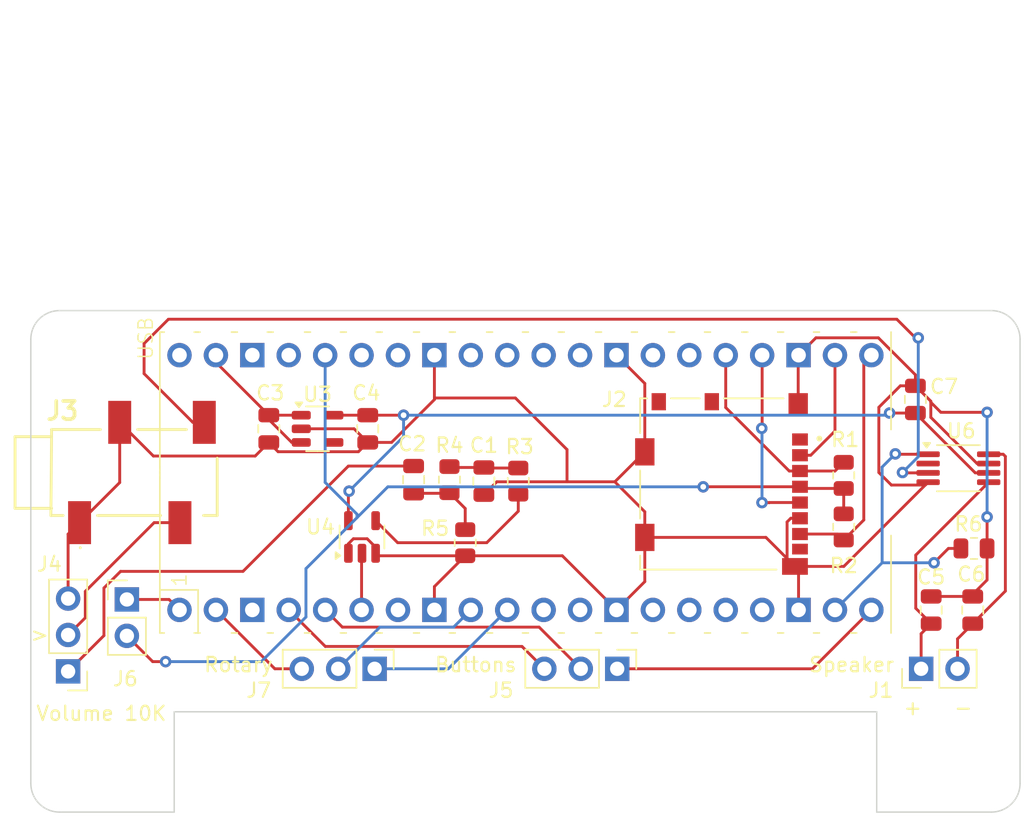
<source format=kicad_pcb>
(kicad_pcb (version 20240108) (generator "pcbnew") (generator_version "8.0")
  (layers (0 "F.Cu" signal) (31 "B.Cu" signal) (34 "B.Paste" user) (35 "F.Paste" user) (36 "B.SilkS" user "B.Silkscreen") (37 "F.SilkS" user "F.Silkscreen") (38 "B.Mask" user) (39 "F.Mask" user) (44 "Edge.Cuts" user))
  (net 0 "")
  (net 1 "GND")
  (net 2 "SD_SPI_CLK")
  (net 3 "SD_CS")
  (net 4 "ROT_1")
  (net 5 "ROT_2")
  (net 6 "ROT_BUTTON")
  (net 7 "SD_SPI_MOSI")
  (net 8 "SD_SPI_MISO")
  (net 9 "Net-(C1-Pad1)")
  (net 10 "KEY3")
  (net 11 "Net-(C2-Pad1)")
  (net 12 "KEY2")
  (net 13 "KEY0")
  (net 18 "VSYS")
  (net 23 "DBG_TX")
  (net 26 "+3V3")
  (net 27 "Net-(J4-Pin_1)")
  (net 32 "+3.3VA")
  (net 33 "SPK+")
  (net 34 "SPK-")
  (net 35 "LineInAmp")
  (net 36 "LineOut")
  (net 37 "Net-(U4-Y)")
  (net 38 "SPEAKER_SEL")
  (net 42 "AUDIO_PWM")
  (footprint "Package_SO:MSOP-8_3x3mm_P0.65mm" (layer "F.Cu") (at 164.7 111)
    (property "Reference" "U6" (at 0.2 -2.6 360) (layer "F.SilkS"))
    (property "Value" "PAM8302AAD" (hide yes))
    (pad "1" smd roundrect (at -2.1125 -0.975) (size 1.625 0.4) (layers "F.Cu" "F.Paste" "F.Mask") (net 38 "SPEAKER_SEL"))
    (pad "2" smd roundrect (at -2.1125 -0.325) (size 1.625 0.4) (layers "F.Cu" "F.Paste" "F.Mask"))
    (pad "3" smd roundrect (at -2.1125 0.325) (size 1.625 0.4) (layers "F.Cu" "F.Paste" "F.Mask") (net 35 "LineInAmp"))
    (pad "4" smd roundrect (at -2.1125 0.975) (size 1.625 0.4) (layers "F.Cu" "F.Paste" "F.Mask") (net 1 "GND"))
    (pad "5" smd roundrect (at 2.1125 0.975) (size 1.625 0.4) (layers "F.Cu" "F.Paste" "F.Mask") (net 33 "SPK+"))
    (pad "6" smd roundrect (at 2.1125 0.325) (size 1.625 0.4) (layers "F.Cu" "F.Paste" "F.Mask") (net 32 "+3.3VA"))
    (pad "7" smd roundrect (at 2.1125 -0.325) (size 1.625 0.4) (layers "F.Cu" "F.Paste" "F.Mask") (net 1 "GND"))
    (pad "8" smd roundrect (at 2.1125 -0.975) (size 1.625 0.4) (layers "F.Cu" "F.Paste" "F.Mask") (net 34 "SPK-"))
  )
  (footprint "sdcard-libs:MOLEX_104031-0811" (layer "F.Cu") (at 148.2 112.1 90)
    (property "Reference" "J2" (at 5.9 -7.5 180) (layer "F.SilkS") (effects (font (size 1.002071 1.002071))))
    (property "Value" "104031-0811" (hide yes))
    (pad "1" smd rect (at 3.105 5.45 90) (size 0.85 1.1) (layers "F.Cu" "F.Paste" "F.Mask"))
    (pad "2" smd rect (at 2.005 5.45 90) (size 0.85 1.1) (layers "F.Cu" "F.Paste" "F.Mask") (net 3 "SD_CS"))
    (pad "3" smd rect (at 0.905 5.45 90) (size 0.85 1.1) (layers "F.Cu" "F.Paste" "F.Mask") (net 7 "SD_SPI_MOSI"))
    (pad "4" smd rect (at -0.195 5.45 90) (size 0.85 1.1) (layers "F.Cu" "F.Paste" "F.Mask") (net 26 "+3V3"))
    (pad "5" smd rect (at -1.295 5.45 90) (size 0.85 1.1) (layers "F.Cu" "F.Paste" "F.Mask") (net 2 "SD_SPI_CLK"))
    (pad "6" smd rect (at -2.395 5.45 90) (size 0.85 1.1) (layers "F.Cu" "F.Paste" "F.Mask") (net 1 "GND"))
    (pad "7" smd rect (at -3.495 5.45 90) (size 0.85 1.1) (layers "F.Cu" "F.Paste" "F.Mask") (net 8 "SD_SPI_MISO"))
    (pad "8" smd rect (at -4.545 5.45 90) (size 0.75 1.1) (layers "F.Cu" "F.Paste" "F.Mask"))
    (pad "9" smd rect (at 5.74 -0.7 90) (size 1.2 1) (layers "F.Cu" "F.Paste" "F.Mask"))
    (pad "10" smd rect (at 5.74 -4.4 90) (size 1.2 1) (layers "F.Cu" "F.Paste" "F.Mask"))
    (pad "G1" smd rect (at 5.565 5.325 90) (size 1.55 1.35) (layers "F.Cu" "F.Paste" "F.Mask") (net 1 "GND"))
    (pad "G2" smd rect (at -5.755 5.1 90) (size 1.17 1.8) (layers "F.Cu" "F.Paste" "F.Mask") (net 1 "GND"))
    (pad "G3" smd rect (at -3.73 -5.375 90) (size 1.9 1.35) (layers "F.Cu" "F.Paste" "F.Mask") (net 1 "GND"))
    (pad "G4" smd rect (at 2.24 -5.375 90) (size 1.9 1.35) (layers "F.Cu" "F.Paste" "F.Mask") (net 1 "GND"))
  )
  (footprint "Package_TO_SOT_SMD:SOT-23-5" (layer "F.Cu") (at 123.1 115.8 90)
    (property "Reference" "U4" (at 0.7 -2.9 180) (layer "F.SilkS"))
    (property "Value" "NC7SZ125M5X" (hide yes))
    (pad "1" smd roundrect (at -1.1375 -0.95 90) (size 1.325 0.6) (layers "F.Cu" "F.Paste" "F.Mask") (net 1 "GND"))
    (pad "2" smd roundrect (at -1.1375 0 90) (size 1.325 0.6) (layers "F.Cu" "F.Paste" "F.Mask") (net 42 "AUDIO_PWM"))
    (pad "3" smd roundrect (at -1.1375 0.95 90) (size 1.325 0.6) (layers "F.Cu" "F.Paste" "F.Mask") (net 1 "GND"))
    (pad "4" smd roundrect (at 1.1375 0.95 90) (size 1.325 0.6) (layers "F.Cu" "F.Paste" "F.Mask") (net 37 "Net-(U4-Y)"))
    (pad "5" smd roundrect (at 1.1375 -0.95 90) (size 1.325 0.6) (layers "F.Cu" "F.Paste" "F.Mask") (net 32 "+3.3VA"))
  )
  (footprint "Package_TO_SOT_SMD:SOT-23-5" (layer "F.Cu") (at 120 108.25)
    (property "Reference" "U3" (at 0 -2.4 0) (layer "F.SilkS"))
    (property "Value" "TLV70033_SOT23-5" (hide yes))
    (pad "1" smd roundrect (at -1.1375 -0.95) (size 1.325 0.6) (layers "F.Cu" "F.Paste" "F.Mask") (net 18 "VSYS"))
    (pad "2" smd roundrect (at -1.1375 0) (size 1.325 0.6) (layers "F.Cu" "F.Paste" "F.Mask") (net 1 "GND"))
    (pad "3" smd roundrect (at -1.1375 0.95) (size 1.325 0.6) (layers "F.Cu" "F.Paste" "F.Mask") (net 18 "VSYS"))
    (pad "4" smd roundrect (at 1.1375 0.95) (size 1.325 0.6) (layers "F.Cu" "F.Paste" "F.Mask"))
    (pad "5" smd roundrect (at 1.1375 -0.95) (size 1.325 0.6) (layers "F.Cu" "F.Paste" "F.Mask") (net 32 "+3.3VA"))
  )
  (footprint "MountingHole:MountingHole_2.5mm" (layer "F.Cu") (at 166.5 132.5)
    (property "Reference" "H3" (hide yes))
    (property "Value" "MountingHole" (hide yes))
    (pad "" np_thru_hole circle (at 0 0) (size 2.5 2.5) (drill 2.5) (layers "*.Cu" "*.Mask"))
  )
  (footprint "Connector_PinHeader_2.54mm:PinHeader_1x03_P2.54mm_Vertical" (layer "F.Cu") (at 102.6 125.18 180)
    (property "Reference" "J4" (at 1.3 7.48 0) (layer "F.SilkS"))
    (property "Value" "Potentiometer header (volume)" (hide yes))
    (pad "1" thru_hole rect (at 0 0 180) (size 1.7 1.7) (drill 1) (layers "*.Cu" "*.Mask") (net 27 "Net-(J4-Pin_1)"))
    (pad "2" thru_hole oval (at 0 2.54 180) (size 1.7 1.7) (drill 1) (layers "*.Cu" "*.Mask") (net 36 "LineOut"))
    (pad "3" thru_hole oval (at 0 5.08 180) (size 1.7 1.7) (drill 1) (layers "*.Cu" "*.Mask") (net 1 "GND"))
  )
  (footprint "Resistor_SMD:R_0805_2012Metric" (layer "F.Cu") (at 156.7 115.1 90)
    (property "Reference" "R2" (at -2.7 0 180) (layer "F.SilkS"))
    (property "Value" "10K" (hide yes))
    (pad "1" smd roundrect (at -0.9125 0 90) (size 1.025 1.4) (layers "F.Cu" "F.Paste" "F.Mask") (roundrect_rratio 0.243902) (net 8 "SD_SPI_MISO"))
    (pad "2" smd roundrect (at 0.9125 0 90) (size 1.025 1.4) (layers "F.Cu" "F.Paste" "F.Mask") (roundrect_rratio 0.243902) (net 26 "+3V3"))
  )
  (footprint "Connector_PinHeader_2.54mm:PinHeader_1x02_P2.54mm_Vertical" (layer "F.Cu") (at 162.1 125 90)
    (property "Reference" "J1" (at -1.5 -2.8 180) (layer "F.SilkS"))
    (property "Value" "Speaker" (hide yes))
    (pad "1" thru_hole rect (at 0 0 90) (size 1.7 1.7) (drill 1) (layers "*.Cu" "*.Mask") (net 33 "SPK+"))
    (pad "2" thru_hole oval (at 0 2.54 90) (size 1.7 1.7) (drill 1) (layers "*.Cu" "*.Mask") (net 34 "SPK-"))
  )
  (footprint "MCU_RaspberryPi_and_Boards:RPi_Pico_AddOn" (layer "F.Cu") (at 134.5 112 90)
    (property "Reference" "U1" (hide yes))
    (property "Value" "Pico" (hide yes))
    (fp_text user "USB" (at 8.5 -25.9 90) (layer "F.SilkS") (effects (font (thickness 0.1)) (justify left bottom)))
    (fp_text user "1" (at -7.35 -23.55 90) (layer "F.SilkS") (effects (font (thickness 0.1)) (justify left bottom)))
    (pad "1" thru_hole oval (at -8.89 -24.13 90) (size 1.7 1.7) (drill 1.02) (layers "*.Cu" "*.Mask") (net 23 "DBG_TX"))
    (pad "2" thru_hole oval (at -8.89 -21.59 90) (size 1.7 1.7) (drill 1.02) (layers "*.Cu" "*.Mask") (net 6 "ROT_BUTTON"))
    (pad "3" thru_hole rect (at -8.89 -19.05 90) (size 1.7 1.7) (drill 1.02) (layers "*.Cu" "*.Mask"))
    (pad "4" thru_hole oval (at -8.89 -16.51 90) (size 1.7 1.7) (drill 1.02) (layers "*.Cu" "*.Mask") (net 12 "KEY2"))
    (pad "5" thru_hole oval (at -8.89 -13.97 90) (size 1.7 1.7) (drill 1.02) (layers "*.Cu" "*.Mask") (net 10 "KEY3"))
    (pad "6" thru_hole oval (at -8.89 -11.43 90) (size 1.7 1.7) (drill 1.02) (layers "*.Cu" "*.Mask") (net 42 "AUDIO_PWM"))
    (pad "7" thru_hole oval (at -8.89 -8.89 90) (size 1.7 1.7) (drill 1.02) (layers "*.Cu" "*.Mask"))
    (pad "8" thru_hole rect (at -8.89 -6.35 90) (size 1.7 1.7) (drill 1.02) (layers "*.Cu" "*.Mask") (net 1 "GND"))
    (pad "9" thru_hole oval (at -8.89 -3.81 90) (size 1.7 1.7) (drill 1.02) (layers "*.Cu" "*.Mask") (net 4 "ROT_1"))
    (pad "10" thru_hole oval (at -8.89 -1.27 90) (size 1.7 1.7) (drill 1.02) (layers "*.Cu" "*.Mask") (net 5 "ROT_2"))
    (pad "11" thru_hole oval (at -8.89 1.27 90) (size 1.7 1.7) (drill 1.02) (layers "*.Cu" "*.Mask"))
    (pad "12" thru_hole oval (at -8.89 3.81 90) (size 1.7 1.7) (drill 1.02) (layers "*.Cu" "*.Mask"))
    (pad "13" thru_hole rect (at -8.89 6.35 90) (size 1.7 1.7) (drill 1.02) (layers "*.Cu" "*.Mask") (net 1 "GND"))
    (pad "14" thru_hole oval (at -8.89 8.89 90) (size 1.7 1.7) (drill 1.02) (layers "*.Cu" "*.Mask"))
    (pad "15" thru_hole oval (at -8.89 11.43 90) (size 1.7 1.7) (drill 1.02) (layers "*.Cu" "*.Mask"))
    (pad "16" thru_hole oval (at -8.89 13.97 90) (size 1.7 1.7) (drill 1.02) (layers "*.Cu" "*.Mask"))
    (pad "17" thru_hole oval (at -8.89 16.51 90) (size 1.7 1.7) (drill 1.02) (layers "*.Cu" "*.Mask"))
    (pad "18" thru_hole rect (at -8.89 19.05 90) (size 1.7 1.7) (drill 1.02) (layers "*.Cu" "*.Mask") (net 1 "GND"))
    (pad "19" thru_hole oval (at -8.89 21.59 90) (size 1.7 1.7) (drill 1.02) (layers "*.Cu" "*.Mask") (net 38 "SPEAKER_SEL"))
    (pad "20" thru_hole oval (at -8.89 24.13 90) (size 1.7 1.7) (drill 1.02) (layers "*.Cu" "*.Mask") (net 13 "KEY0"))
    (pad "21" thru_hole oval (at 8.89 24.13 90) (size 1.7 1.7) (drill 1.02) (layers "*.Cu" "*.Mask") (net 8 "SD_SPI_MISO"))
    (pad "22" thru_hole oval (at 8.89 21.59 90) (size 1.7 1.7) (drill 1.02) (layers "*.Cu" "*.Mask") (net 3 "SD_CS"))
    (pad "23" thru_hole rect (at 8.89 19.05 90) (size 1.7 1.7) (drill 1.02) (layers "*.Cu" "*.Mask") (net 1 "GND"))
    (pad "24" thru_hole oval (at 8.89 16.51 90) (size 1.7 1.7) (drill 1.02) (layers "*.Cu" "*.Mask") (net 2 "SD_SPI_CLK"))
    (pad "25" thru_hole oval (at 8.89 13.97 90) (size 1.7 1.7) (drill 1.02) (layers "*.Cu" "*.Mask") (net 7 "SD_SPI_MOSI"))
    (pad "26" thru_hole oval (at 8.89 11.43 90) (size 1.7 1.7) (drill 1.02) (layers "*.Cu" "*.Mask"))
    (pad "27" thru_hole oval (at 8.89 8.89 90) (size 1.7 1.7) (drill 1.02) (layers "*.Cu" "*.Mask"))
    (pad "28" thru_hole rect (at 8.89 6.35 90) (size 1.7 1.7) (drill 1.02) (layers "*.Cu" "*.Mask") (net 1 "GND"))
    (pad "29" thru_hole oval (at 8.89 3.81 90) (size 1.7 1.7) (drill 1.02) (layers "*.Cu" "*.Mask"))
    (pad "30" thru_hole oval (at 8.89 1.27 90) (size 1.7 1.7) (drill 1.02) (layers "*.Cu" "*.Mask"))
    (pad "31" thru_hole oval (at 8.89 -1.27 90) (size 1.7 1.7) (drill 1.02) (layers "*.Cu" "*.Mask"))
    (pad "32" thru_hole oval (at 8.89 -3.81 90) (size 1.7 1.7) (drill 1.02) (layers "*.Cu" "*.Mask"))
    (pad "33" thru_hole rect (at 8.89 -6.35 90) (size 1.7 1.7) (drill 1.02) (layers "*.Cu" "*.Mask") (net 1 "GND"))
    (pad "34" thru_hole oval (at 8.89 -8.89 90) (size 1.7 1.7) (drill 1.02) (layers "*.Cu" "*.Mask"))
    (pad "35" thru_hole oval (at 8.89 -11.43 90) (size 1.7 1.7) (drill 1.02) (layers "*.Cu" "*.Mask"))
    (pad "36" thru_hole oval (at 8.89 -13.97 90) (size 1.7 1.7) (drill 1.02) (layers "*.Cu" "*.Mask") (net 26 "+3V3"))
    (pad "37" thru_hole oval (at 8.89 -16.51 90) (size 1.7 1.7) (drill 1.02) (layers "*.Cu" "*.Mask"))
    (pad "38" thru_hole rect (at 8.89 -19.05 90) (size 1.7 1.7) (drill 1.02) (layers "*.Cu" "*.Mask"))
    (pad "39" thru_hole oval (at 8.89 -21.59 90) (size 1.7 1.7) (drill 1.02) (layers "*.Cu" "*.Mask") (net 18 "VSYS"))
    (pad "40" thru_hole oval (at 8.89 -24.13 90) (size 1.7 1.7) (drill 1.02) (layers "*.Cu" "*.Mask"))
  )
  (footprint "Resistor_SMD:R_0805_2012Metric" (layer "F.Cu") (at 134 111.9 -90)
    (property "Reference" "R3" (at -2.4 -0.1 180) (layer "F.SilkS"))
    (property "Value" "75" (hide yes))
    (pad "1" smd roundrect (at -0.9125 0 270) (size 1.025 1.4) (layers "F.Cu" "F.Paste" "F.Mask") (roundrect_rratio 0.243902) (net 9 "Net-(C1-Pad1)"))
    (pad "2" smd roundrect (at 0.9125 0 270) (size 1.025 1.4) (layers "F.Cu" "F.Paste" "F.Mask") (roundrect_rratio 0.243902) (net 37 "Net-(U4-Y)"))
  )
  (footprint "MountingHole:MountingHole_2.5mm" (layer "F.Cu") (at 102.5 132.5)
    (property "Reference" "H4" (hide yes))
    (property "Value" "MountingHole" (hide yes))
    (pad "" np_thru_hole circle (at 0 0) (size 2.5 2.5) (drill 2.5) (layers "F&B.Cu"))
  )
  (footprint "Resistor_SMD:R_0805_2012Metric" (layer "F.Cu") (at 165.7875 116.6 180)
    (property "Reference" "R6" (at 0.3875 1.7 0) (layer "F.SilkS"))
    (property "Value" "100K" (hide yes))
    (pad "1" smd roundrect (at -0.9125 0 180) (size 1.025 1.4) (layers "F.Cu" "F.Paste" "F.Mask") (roundrect_rratio 0.243902) (net 1 "GND"))
    (pad "2" smd roundrect (at 0.9125 0 180) (size 1.025 1.4) (layers "F.Cu" "F.Paste" "F.Mask") (roundrect_rratio 0.243902) (net 38 "SPEAKER_SEL"))
  )
  (footprint "MountingHole:MountingHole_2.5mm" (layer "F.Cu") (at 166.5 102.5)
    (property "Reference" "H2" (hide yes))
    (property "Value" "MountingHole" (hide yes))
    (pad "" np_thru_hole circle (at 0 0) (size 2.5 2.5) (drill 2.5) (layers "*.Cu" "*.Mask"))
  )
  (footprint "Connector_PinHeader_2.54mm:PinHeader_1x03_P2.54mm_Vertical" (layer "F.Cu") (at 123.98 125 -90)
    (property "Reference" "J7" (at 1.5 8.08 180) (layer "F.SilkS"))
    (property "Value" "rotary" (hide yes))
    (pad "1" thru_hole rect (at 0 0 270) (size 1.7 1.7) (drill 1) (layers "*.Cu" "*.Mask") (net 5 "ROT_2"))
    (pad "2" thru_hole oval (at 0 2.54 270) (size 1.7 1.7) (drill 1) (layers "*.Cu" "*.Mask") (net 4 "ROT_1"))
    (pad "3" thru_hole oval (at 0 5.08 270) (size 1.7 1.7) (drill 1) (layers "*.Cu" "*.Mask") (net 6 "ROT_BUTTON"))
  )
  (footprint "Capacitor_SMD:C_0805_2012Metric" (layer "F.Cu") (at 161.7 106.2 90)
    (property "Reference" "C7" (at 0.9 2 180) (layer "F.SilkS"))
    (property "Value" "10uF" (hide yes))
    (pad "1" smd roundrect (at -0.95 0 90) (size 1 1.45) (layers "F.Cu" "F.Paste" "F.Mask") (net 32 "+3.3VA"))
    (pad "2" smd roundrect (at 0.95 0 90) (size 1 1.45) (layers "F.Cu" "F.Paste" "F.Mask") (net 1 "GND"))
  )
  (footprint "Resistor_SMD:R_0805_2012Metric" (layer "F.Cu") (at 130.3 116.2 90)
    (property "Reference" "R5" (at 1 -2.1 180) (layer "F.SilkS"))
    (property "Value" "1k" (hide yes))
    (pad "1" smd roundrect (at -0.9125 0 90) (size 1.025 1.4) (layers "F.Cu" "F.Paste" "F.Mask") (roundrect_rratio 0.243902) (net 1 "GND"))
    (pad "2" smd roundrect (at 0.9125 0 90) (size 1.025 1.4) (layers "F.Cu" "F.Paste" "F.Mask") (roundrect_rratio 0.243902) (net 11 "Net-(C2-Pad1)"))
  )
  (footprint "Capacitor_SMD:C_0805_2012Metric" (layer "F.Cu") (at 116.6 108.25 90)
    (property "Reference" "C3" (at 2.5 0.1 180) (layer "F.SilkS"))
    (property "Value" "1uF" (hide yes))
    (pad "1" smd roundrect (at -0.95 0 90) (size 1 1.45) (layers "F.Cu" "F.Paste" "F.Mask") (net 1 "GND"))
    (pad "2" smd roundrect (at 0.95 0 90) (size 1 1.45) (layers "F.Cu" "F.Paste" "F.Mask") (net 18 "VSYS"))
  )
  (footprint "audio:PJ327C4A" (layer "F.Cu") (at 106.05 111.3)
    (property "Reference" "J3" (at -3.85 -4.3 0) (layer "F.SilkS") (effects (font (size 1.27 1.27) (thickness 0.254))))
    (property "Value" "PJ-327C-4A" (hide yes))
    (pad "" np_thru_hole circle (at -2.15 0) (size 1.6 1.6) (drill 1.6) (layers "*.Cu" "*.Mask"))
    (pad "" np_thru_hole circle (at 3.85 0) (size 1.6 1.6) (drill 1.6) (layers "*.Cu" "*.Mask"))
    (pad "3" smd rect (at 6.05 -3.5) (size 1.6 3) (layers "F.Cu" "F.Paste" "F.Mask") (net 35 "LineInAmp"))
    (pad "4" smd rect (at 4.35 3.5) (size 1.6 3) (layers "F.Cu" "F.Paste" "F.Mask") (net 36 "LineOut"))
    (pad "5" smd rect (at -2.65 3.5) (size 1.6 3) (layers "F.Cu" "F.Paste" "F.Mask") (net 1 "GND"))
    (pad "6" smd rect (at 0.15 -3.5) (size 1.6 3) (layers "F.Cu" "F.Paste" "F.Mask") (net 1 "GND"))
  )
  (footprint "Connector_PinHeader_2.54mm:PinHeader_1x03_P2.54mm_Vertical" (layer "F.Cu") (at 140.9 125 -90)
    (property "Reference" "J5" (at 1.5 8.1 360) (layer "F.SilkS"))
    (property "Value" "buttons" (hide yes))
    (pad "1" thru_hole rect (at 0 0 270) (size 1.7 1.7) (drill 1) (layers "*.Cu" "*.Mask") (net 13 "KEY0"))
    (pad "2" thru_hole oval (at 0 2.54 270) (size 1.7 1.7) (drill 1) (layers "*.Cu" "*.Mask") (net 10 "KEY3"))
    (pad "3" thru_hole oval (at 0 5.08 270) (size 1.7 1.7) (drill 1) (layers "*.Cu" "*.Mask") (net 12 "KEY2"))
  )
  (footprint "Capacitor_SMD:C_0805_2012Metric" (layer "F.Cu") (at 165.7 120.9 90)
    (property "Reference" "C6" (at 2.5 -0.1 180) (layer "F.SilkS"))
    (property "Value" "220pF" (hide yes))
    (pad "1" smd roundrect (at -0.95 0 90) (size 1 1.45) (layers "F.Cu" "F.Paste" "F.Mask") (net 34 "SPK-"))
    (pad "2" smd roundrect (at 0.95 0 90) (size 1 1.45) (layers "F.Cu" "F.Paste" "F.Mask") (net 1 "GND"))
  )
  (footprint "Capacitor_SMD:C_0805_2012Metric" (layer "F.Cu") (at 123.5 108.25 90)
    (property "Reference" "C4" (at 2.5 -0.1 0) (layer "F.SilkS"))
    (property "Value" "1uF" (hide yes))
    (pad "1" smd roundrect (at -0.95 0 90) (size 1 1.45) (layers "F.Cu" "F.Paste" "F.Mask") (net 1 "GND"))
    (pad "2" smd roundrect (at 0.95 0 90) (size 1 1.45) (layers "F.Cu" "F.Paste" "F.Mask") (net 32 "+3.3VA"))
  )
  (footprint "Resistor_SMD:R_0805_2012Metric" (layer "F.Cu") (at 129.2 111.8 -90)
    (property "Reference" "R4" (at -2.4 0 180) (layer "F.SilkS"))
    (property "Value" "2.2K" (hide yes))
    (pad "1" smd roundrect (at -0.9125 0 270) (size 1.025 1.4) (layers "F.Cu" "F.Paste" "F.Mask") (roundrect_rratio 0.243902) (net 9 "Net-(C1-Pad1)"))
    (pad "2" smd roundrect (at 0.9125 0 270) (size 1.025 1.4) (layers "F.Cu" "F.Paste" "F.Mask") (roundrect_rratio 0.243902) (net 11 "Net-(C2-Pad1)"))
  )
  (footprint "Capacitor_SMD:C_0805_2012Metric" (layer "F.Cu") (at 162.8 120.9 90)
    (property "Reference" "C5" (at 2.3 0 180) (layer "F.SilkS"))
    (property "Value" "220pF" (hide yes))
    (pad "1" smd roundrect (at -0.95 0 90) (size 1 1.45) (layers "F.Cu" "F.Paste" "F.Mask") (net 33 "SPK+"))
    (pad "2" smd roundrect (at 0.95 0 90) (size 1 1.45) (layers "F.Cu" "F.Paste" "F.Mask") (net 1 "GND"))
  )
  (footprint "Connector_PinHeader_2.54mm:PinHeader_1x02_P2.54mm_Vertical" (layer "F.Cu") (at 106.7 120.16)
    (property "Reference" "J6" (at -0.1 5.54 0) (layer "F.SilkS"))
    (property "Value" "DBG" (hide yes))
    (pad "1" thru_hole rect (at 0 0) (size 1.7 1.7) (drill 1) (layers "*.Cu" "*.Mask") (net 23 "DBG_TX"))
    (pad "2" thru_hole oval (at 0 2.54) (size 1.7 1.7) (drill 1) (layers "*.Cu" "*.Mask") (net 26 "+3V3"))
  )
  (footprint "MountingHole:MountingHole_2.5mm" (layer "F.Cu") (at 102.5 102.5)
    (property "Reference" "H1" (hide yes))
    (property "Value" "MountingHole" (hide yes))
    (pad "" np_thru_hole circle (at 0 0) (size 2.5 2.5) (drill 2.5) (layers "*.Cu" "*.Mask"))
  )
  (footprint "Capacitor_SMD:C_0805_2012Metric" (layer "F.Cu") (at 126.7 111.8 90)
    (property "Reference" "C2" (at 2.5 -0.1 180) (layer "F.SilkS"))
    (property "Value" "470nF" (hide yes))
    (pad "1" smd roundrect (at -0.95 0 90) (size 1 1.45) (layers "F.Cu" "F.Paste" "F.Mask") (net 11 "Net-(C2-Pad1)"))
    (pad "2" smd roundrect (at 0.95 0 90) (size 1 1.45) (layers "F.Cu" "F.Paste" "F.Mask") (net 27 "Net-(J4-Pin_1)"))
  )
  (footprint "Capacitor_SMD:C_0805_2012Metric" (layer "F.Cu") (at 131.6 111.9 -90)
    (property "Reference" "C1" (at -2.5 0 180) (layer "F.SilkS"))
    (property "Value" "100nF" (hide yes))
    (pad "1" smd roundrect (at -0.95 0 270) (size 1 1.45) (layers "F.Cu" "F.Paste" "F.Mask") (net 9 "Net-(C1-Pad1)"))
    (pad "2" smd roundrect (at 0.95 0 270) (size 1 1.45) (layers "F.Cu" "F.Paste" "F.Mask") (net 1 "GND"))
  )
  (footprint "Resistor_SMD:R_0805_2012Metric" (layer "F.Cu") (at 156.7 111.5 -90)
    (property "Reference" "R1" (at -2.5 -0.1 180) (layer "F.SilkS"))
    (property "Value" "10K" (hide yes))
    (pad "1" smd roundrect (at -0.9125 0 270) (size 1.025 1.4) (layers "F.Cu" "F.Paste" "F.Mask") (roundrect_rratio 0.243902) (net 7 "SD_SPI_MOSI"))
    (pad "2" smd roundrect (at 0.9125 0 270) (size 1.025 1.4) (layers "F.Cu" "F.Paste" "F.Mask") (roundrect_rratio 0.243902) (net 26 "+3V3"))
  )
  (gr_arc (start 102 135) (mid 100.585786 134.414214) (end 100 133) (stroke (width 0.1)) (layer "Edge.Cuts"))
  (gr_line (start 100 133) (end 100 102) (stroke (width 0.1)) (layer "Edge.Cuts"))
  (gr_arc (start 167 100) (mid 168.414214 100.585786) (end 169 102) (stroke (width 0.1)) (layer "Edge.Cuts"))
  (gr_line (start 169 102) (end 169 133) (stroke (width 0.1)) (layer "Edge.Cuts"))
  (gr_line (start 159 135) (end 159 128) (stroke (width 0.1)) (layer "Edge.Cuts"))
  (gr_arc (start 100 102) (mid 100.585786 100.585786) (end 102 100) (stroke (width 0.1)) (layer "Edge.Cuts"))
  (gr_line (start 102 100) (end 167 100) (stroke (width 0.1)) (layer "Edge.Cuts"))
  (gr_line (start 102 135) (end 110 135) (stroke (width 0.1)) (layer "Edge.Cuts"))
  (gr_arc (start 169 133) (mid 168.414214 134.414214) (end 167 135) (stroke (width 0.1)) (layer "Edge.Cuts"))
  (gr_line (start 159 128) (end 110 128) (stroke (width 0.1)) (layer "Edge.Cuts"))
  (gr_line (start 167 135) (end 159 135) (stroke (width 0.1)) (layer "Edge.Cuts"))
  (gr_line (start 110 135) (end 110 128) (stroke (width 0.1)) (layer "Edge.Cuts"))
  (gr_text "Speaker" (at 154.2 125.3 0) (layer "F.SilkS") (effects (font (size 1 1)) (justify left bottom)))
  (gr_text ">" (at 99.9 123.2 0) (layer "F.SilkS") (effects (font (size 1 1)) (justify left bottom)))
  (gr_text "Volume 10K" (at 100.3 128.7 0) (layer "F.SilkS") (effects (font (size 1 1)) (justify left bottom)))
  (gr_text "Buttons" (at 128.1 125.3 0) (layer "F.SilkS") (effects (font (size 1 1)) (justify left bottom)))
  (gr_text "Rotary" (at 112 125.3 0) (layer "F.SilkS") (effects (font (size 1 1)) (justify left bottom)))
  (gr_text "+   -" (at 160.8 128.3 0) (layer "F.SilkS") (effects (font (size 1 1)) (justify left bottom)))
  (segment (start 159.15 111.3) (end 159.15 106.75) (width 0.2) (layer "F.Cu") (net 1))
  (segment (start 152.75 114.75) (end 153.005 114.495) (width 0.2) (layer "F.Cu") (net 1))
  (segment (start 142.825 118.915) (end 140.85 120.89) (width 0.2) (layer "F.Cu") (net 1))
  (segment (start 162.775 106.325) (end 161.7 105.25) (width 0.2) (layer "F.Cu") (net 1))
  (segment (start 166.8125 110.675) (end 166.000001 110.675) (width 0.2) (layer "F.Cu") (net 1))
  (segment (start 128.15 120.89) (end 128.15 119.2625) (width 0.2) (layer "F.Cu") (net 1))
  (segment (start 156.7075 117.855) (end 153.3 117.855) (width 0.2) (layer "F.Cu") (net 1))
  (segment (start 161.7 104.482943) (end 159.117057 101.9) (width 0.2) (layer "F.Cu") (net 1))
  (segment (start 128.15 106.1) (end 128.15 103.11) (width 0.2) (layer "F.Cu") (net 1))
  (segment (start 116.6 109.2) (end 117.25 109.85) (width 0.2) (layer "F.Cu") (net 1))
  (segment (start 159.117057 101.9) (end 154.76 101.9) (width 0.2) (layer "F.Cu") (net 1))
  (segment (start 106.2 107.8) (end 106.2 112) (width 0.2) (layer "F.Cu") (net 1))
  (segment (start 162.8 119.95) (end 165.7 119.95) (width 0.2) (layer "F.Cu") (net 1))
  (segment (start 154.76 101.9) (end 153.55 103.11) (width 0.2) (layer "F.Cu") (net 1))
  (segment (start 160.65 105.25) (end 161.7 105.25) (width 0.2) (layer "F.Cu") (net 1))
  (segment (start 165.7 119.95) (end 165.7 119.8) (width 0.2) (layer "F.Cu") (net 1))
  (segment (start 130.3 117.1125) (end 137.0725 117.1125) (width 0.2) (layer "F.Cu") (net 1))
  (segment (start 151.275 115.83) (end 153.3 117.855) (width 0.2) (layer "F.Cu") (net 1))
  (segment (start 122.500001 115.925) (end 123.461262 115.925) (width 0.2) (layer "F.Cu") (net 1))
  (segment (start 161.7 105.25) (end 161.7 104.482943) (width 0.2) (layer "F.Cu") (net 1))
  (segment (start 108.55 110.15) (end 106.2 107.8) (width 0.2) (layer "F.Cu") (net 1))
  (segment (start 122.85 109.85) (end 123.5 109.2) (width 0.2) (layer "F.Cu") (net 1))
  (segment (start 162.775 107.449999) (end 162.775 106.4) (width 0.2) (layer "F.Cu") (net 1))
  (segment (start 153.005 114.495) (end 153.65 114.495) (width 0.2) (layer "F.Cu") (net 1))
  (segment (start 128.15 106.1) (end 133.8 106.1) (width 0.2) (layer "F.Cu") (net 1))
  (segment (start 118.8625 108.25) (end 122.55 108.25) (width 0.2) (layer "F.Cu") (net 1))
  (segment (start 162.5875 111.975) (end 156.7075 117.855) (width 0.2) (layer "F.Cu") (net 1))
  (segment (start 153.55 120.89) (end 153.55 118.105) (width 0.2) (layer "F.Cu") (net 1))
  (segment (start 128.15 119.2625) (end 130.3 117.1125) (width 0.2) (layer "F.Cu") (net 1))
  (segment (start 162.775 106.4) (end 162.775 106.325) (width 0.2) (layer "F.Cu") (net 1))
  (segment (start 123.461262 115.925) (end 124.05 116.513738) (width 0.2) (layer "F.Cu") (net 1))
  (segment (start 122.15 116.275001) (end 122.500001 115.925) (width 0.2) (layer "F.Cu") (net 1))
  (segment (start 142.825 114.04) (end 140.735 111.95) (width 0.2) (layer "F.Cu") (net 1))
  (segment (start 130.3 117.1125) (end 124.225 117.1125) (width 0.2) (layer "F.Cu") (net 1))
  (segment (start 153.3 117.855) (end 152.75 117.305) (width 0.2) (layer "F.Cu") (net 1))
  (segment (start 137.4 111.95) (end 140.735 111.95) (width 0.2) (layer "F.Cu") (net 1))
  (segment (start 142.825 109.86) (end 142.825 105.085) (width 0.2) (layer "F.Cu") (net 1))
  (segment (start 125.160661 109.2) (end 128.15 106.210661) (width 0.2) (layer "F.Cu") (net 1))
  (segment (start 115.65 110.15) (end 108.55 110.15) (width 0.2) (layer "F.Cu") (net 1))
  (segment (start 153.525 106.535) (end 153.525 103.135) (width 0.2) (layer "F.Cu") (net 1))
  (segment (start 152.75 117.305) (end 152.75 114.75) (width 0.2) (layer "F.Cu") (net 1))
  (segment (start 162.3875 112.175) (end 160.025 112.175) (width 0.2) (layer "F.Cu") (net 1))
  (segment (start 140.735 111.95) (end 142.825 109.86) (width 0.2) (layer "F.Cu") (net 1))
  (segment (start 117.25 109.85) (end 122.85 109.85) (width 0.2) (layer "F.Cu") (net 1))
  (segment (start 106.2 112) (end 103.4 114.8) (width 0.2) (layer "F.Cu") (net 1))
  (segment (start 102.6 115.6) (end 103.4 114.8) (width 0.2) (layer "F.Cu") (net 1))
  (segment (start 116.6 109.2) (end 115.65 110.15) (width 0.2) (layer "F.Cu") (net 1))
  (segment (start 102.6 120.1) (end 102.6 115.6) (width 0.2) (layer "F.Cu") (net 1))
  (segment (start 162.5875 111.975) (end 162.3875 112.175) (width 0.2) (layer "F.Cu") (net 1))
  (segment (start 160.025 112.175) (end 159.15 111.3) (width 0.2) (layer "F.Cu") (net 1))
  (segment (start 133.8 106.1) (end 137.4 109.7) (width 0.2) (layer "F.Cu") (net 1))
  (segment (start 124.225 117.1125) (end 124.05 116.9375) (width 0.2) (layer "F.Cu") (net 1))
  (segment (start 142.825 115.83) (end 142.825 114.04) (width 0.2) (layer "F.Cu") (net 1))
  (segment (start 132.5 111.95) (end 137.4 111.95) (width 0.2) (layer "F.Cu") (net 1))
  (segment (start 166.7 118.8) (end 166.7 116.6) (width 0.2) (layer "F.Cu") (net 1))
  (segment (start 123.5 109.2) (end 125.160661 109.2) (width 0.2) (layer "F.Cu") (net 1))
  (segment (start 166.7 116.6) (end 166.7 114.4) (width 0.2) (layer "F.Cu") (net 1))
  (segment (start 163.475 107.1) (end 162.775 106.4) (width 0.2) (layer "F.Cu") (net 1))
  (segment (start 137.0725 117.1125) (end 140.85 120.89) (width 0.2) (layer "F.Cu") (net 1))
  (segment (start 122.15 116.9375) (end 122.15 116.275001) (width 0.2) (layer "F.Cu") (net 1))
  (segment (start 153.55 118.105) (end 153.3 117.855) (width 0.2) (layer "F.Cu") (net 1))
  (segment (start 137.4 109.7) (end 137.4 111.95) (width 0.2) (layer "F.Cu") (net 1))
  (segment (start 142.825 115.83) (end 151.275 115.83) (width 0.2) (layer "F.Cu") (net 1))
  (segment (start 142.825 115.83) (end 142.825 118.915) (width 0.2) (layer "F.Cu") (net 1))
  (segment (start 159.15 106.75) (end 160.65 105.25) (width 0.2) (layer "F.Cu") (net 1))
  (segment (start 122.55 108.25) (end 123.5 109.2) (width 0.2) (layer "F.Cu") (net 1))
  (segment (start 153.525 103.135) (end 153.55 103.11) (width 0.2) (layer "F.Cu") (net 1))
  (segment (start 166.7 107.1) (end 163.475 107.1) (width 0.2) (layer "F.Cu") (net 1))
  (segment (start 128.15 106.210661) (end 128.15 106.1) (width 0.2) (layer "F.Cu") (net 1))
  (segment (start 166.000001 110.675) (end 162.775 107.449999) (width 0.2) (layer "F.Cu") (net 1))
  (segment (start 142.825 105.085) (end 140.85 103.11) (width 0.2) (layer "F.Cu") (net 1))
  (segment (start 124.05 116.513738) (end 124.05 116.9375) (width 0.2) (layer "F.Cu") (net 1))
  (segment (start 131.6 112.85) (end 132.5 111.95) (width 0.2) (layer "F.Cu") (net 1))
  (segment (start 165.7 119.8) (end 166.7 118.8) (width 0.2) (layer "F.Cu") (net 1))
  (via (at 166.7 107.1) (size 0.8) (drill 0.4) (layers "F.Cu" "B.Cu") (net 1))
  (via (at 166.7 114.4) (size 0.8) (drill 0.4) (layers "F.Cu" "B.Cu") (net 1))
  (segment (start 166.7 114.4) (end 166.7 107.1) (width 0.2) (layer "B.Cu") (net 1))
  (segment (start 151 113.4) (end 151.5 113.4) (width 0.2) (layer "F.Cu") (net 2))
  (segment (start 151.5 113.4) (end 151.505 113.395) (width 0.2) (layer "F.Cu") (net 2))
  (segment (start 151.01 108.19) (end 150.982831 108.217169) (width 0.2) (layer "F.Cu") (net 2))
  (segment (start 151.01 103.11) (end 151.01 108.19) (width 0.2) (layer "F.Cu") (net 2))
  (segment (start 151.505 113.395) (end 153.65 113.395) (width 0.2) (layer "F.Cu") (net 2))
  (via (at 150.982831 108.217169) (size 0.8) (drill 0.4) (layers "F.Cu" "B.Cu") (net 2))
  (via (at 151 113.4) (size 0.8) (drill 0.4) (layers "F.Cu" "B.Cu") (net 2))
  (segment (start 150.982831 108.217169) (end 151 108.234338) (width 0.2) (layer "B.Cu") (net 2))
  (segment (start 151 108.234338) (end 151 113.4) (width 0.2) (layer "B.Cu") (net 2))
  (segment (start 154.4 110.095) (end 156.09 108.405) (width 0.2) (layer "F.Cu") (net 3))
  (segment (start 153.65 110.095) (end 154.4 110.095) (width 0.2) (layer "F.Cu") (net 3))
  (segment (start 156.09 108.405) (end 156.09 103.11) (width 0.2) (layer "F.Cu") (net 3))
  (segment (start 130.69 120.89) (end 129.49 122.09) (width 0.2) (layer "B.Cu") (net 4))
  (segment (start 124.35 122.09) (end 121.44 125) (width 0.2) (layer "B.Cu") (net 4))
  (segment (start 129.49 122.09) (end 124.35 122.09) (width 0.2) (layer "B.Cu") (net 4))
  (segment (start 133.23 120.89) (end 129.12 125) (width 0.2) (layer "B.Cu") (net 5))
  (segment (start 129.12 125) (end 123.98 125) (width 0.2) (layer "B.Cu") (net 5))
  (segment (start 117.02 125) (end 112.91 120.89) (width 0.2) (layer "F.Cu") (net 6))
  (segment (start 118.9 125) (end 117.02 125) (width 0.2) (layer "F.Cu") (net 6))
  (segment (start 148.47 106.765) (end 148.47 103.11) (width 0.2) (layer "F.Cu") (net 7))
  (segment (start 153.65 111.195) (end 152.9 111.195) (width 0.2) (layer "F.Cu") (net 7))
  (segment (start 152.9 111.195) (end 148.47 106.765) (width 0.2) (layer "F.Cu") (net 7))
  (segment (start 156.0925 111.195) (end 156.7 110.5875) (width 0.2) (layer "F.Cu") (net 7))
  (segment (start 153.65 111.195) (end 156.0925 111.195) (width 0.2) (layer "F.Cu") (net 7))
  (segment (start 156.7 116.0125) (end 158.1 114.6125) (width 0.2) (layer "F.Cu") (net 8))
  (segment (start 156.2825 115.595) (end 156.7 116.0125) (width 0.2) (layer "F.Cu") (net 8))
  (segment (start 158.1 103.64) (end 158.63 103.11) (width 0.2) (layer "F.Cu") (net 8))
  (segment (start 158.1 114.6125) (end 158.1 103.64) (width 0.2) (layer "F.Cu") (net 8))
  (segment (start 153.65 115.595) (end 156.2825 115.595) (width 0.2) (layer "F.Cu") (net 8))
  (segment (start 134 110.9875) (end 131.6375 110.9875) (width 0.2) (layer "F.Cu") (net 9))
  (segment (start 131.6375 110.9875) (end 131.6 110.95) (width 0.2) (layer "F.Cu") (net 9))
  (segment (start 129.2625 110.95) (end 129.2 110.8875) (width 0.2) (layer "F.Cu") (net 9))
  (segment (start 131.6 110.95) (end 129.2625 110.95) (width 0.2) (layer "F.Cu") (net 9))
  (segment (start 135.45 122.09) (end 121.73 122.09) (width 0.2) (layer "F.Cu") (net 10))
  (segment (start 138.36 125) (end 135.45 122.09) (width 0.2) (layer "F.Cu") (net 10))
  (segment (start 121.73 122.09) (end 120.53 120.89) (width 0.2) (layer "F.Cu") (net 10))
  (segment (start 130.3 115.2875) (end 130.3 113.8125) (width 0.2) (layer "F.Cu") (net 11))
  (segment (start 129.1625 112.75) (end 129.2 112.7125) (width 0.2) (layer "F.Cu") (net 11))
  (segment (start 130.3 113.8125) (end 129.2 112.7125) (width 0.2) (layer "F.Cu") (net 11))
  (segment (start 126.7 112.75) (end 129.1625 112.75) (width 0.2) (layer "F.Cu") (net 11))
  (segment (start 134.26 123.44) (end 120.54 123.44) (width 0.2) (layer "F.Cu") (net 12))
  (segment (start 135.82 125) (end 134.26 123.44) (width 0.2) (layer "F.Cu") (net 12))
  (segment (start 120.54 123.44) (end 117.99 120.89) (width 0.2) (layer "F.Cu") (net 12))
  (segment (start 140.9 125) (end 154.52 125) (width 0.2) (layer "F.Cu") (net 13))
  (segment (start 154.52 125) (end 158.63 120.89) (width 0.2) (layer "F.Cu") (net 13))
  (segment (start 116.6 107.3) (end 118.8625 107.3) (width 0.2) (layer "F.Cu") (net 18))
  (segment (start 118.8625 109.2) (end 118.200001 109.2) (width 0.2) (layer "F.Cu") (net 18))
  (segment (start 112.91 103.61) (end 112.91 103.11) (width 0.2) (layer "F.Cu") (net 18))
  (segment (start 116.6 107.3) (end 112.91 103.61) (width 0.2) (layer "F.Cu") (net 18))
  (segment (start 116.6 107.599999) (end 116.6 107.3) (width 0.2) (layer "F.Cu") (net 18))
  (segment (start 118.200001 109.2) (end 116.6 107.599999) (width 0.2) (layer "F.Cu") (net 18))
  (segment (start 109.64 120.16) (end 110.37 120.89) (width 0.2) (layer "F.Cu") (net 23))
  (segment (start 106.7 120.16) (end 109.64 120.16) (width 0.2) (layer "F.Cu") (net 23))
  (segment (start 156.7 114.1875) (end 156.7 112.4125) (width 0.2) (layer "F.Cu") (net 26))
  (segment (start 156.7 112.4125) (end 153.7675 112.4125) (width 0.2) (layer "F.Cu") (net 26))
  (segment (start 108.5 124.5) (end 106.7 122.7) (width 0.2) (layer "F.Cu") (net 26))
  (segment (start 153.65 112.295) (end 146.905 112.295) (width 0.2) (layer "F.Cu") (net 26))
  (segment (start 153.7675 112.4125) (end 153.65 112.295) (width 0.2) (layer "F.Cu") (net 26))
  (segment (start 109.4 124.5) (end 108.5 124.5) (width 0.2) (layer "F.Cu") (net 26))
  (segment (start 146.905 112.295) (end 146.9 112.3) (width 0.2) (layer "F.Cu") (net 26))
  (via (at 109.4 124.5) (size 0.8) (drill 0.4) (layers "F.Cu" "B.Cu") (net 26))
  (via (at 146.9 112.3) (size 0.8) (drill 0.4) (layers "F.Cu" "B.Cu") (net 26))
  (segment (start 116.077057 124.5) (end 109.4 124.5) (width 0.2) (layer "B.Cu") (net 26))
  (segment (start 124.9 112.3) (end 122.75 114.45) (width 0.2) (layer "B.Cu") (net 26))
  (segment (start 119.19 118.01) (end 119.19 121.387057) (width 0.2) (layer "B.Cu") (net 26))
  (segment (start 120.53 111.990661) (end 122.75 114.210661) (width 0.2) (layer "B.Cu") (net 26))
  (segment (start 122.75 114.210661) (end 122.75 114.45) (width 0.2) (layer "B.Cu") (net 26))
  (segment (start 119.19 121.387057) (end 116.077057 124.5) (width 0.2) (layer "B.Cu") (net 26))
  (segment (start 146.9 112.3) (end 124.9 112.3) (width 0.2) (layer "B.Cu") (net 26))
  (segment (start 122.75 114.45) (end 119.19 118.01) (width 0.2) (layer "B.Cu") (net 26))
  (segment (start 120.53 103.11) (end 120.53 111.990661) (width 0.2) (layer "B.Cu") (net 26))
  (segment (start 102.6 125.18) (end 105.1 122.68) (width 0.2) (layer "F.Cu") (net 27))
  (segment (start 106.26 118.2) (end 114.8 118.2) (width 0.2) (layer "F.Cu") (net 27))
  (segment (start 105.1 119.36) (end 106.26 118.2) (width 0.2) (layer "F.Cu") (net 27))
  (segment (start 105.1 122.68) (end 105.1 119.36) (width 0.2) (layer "F.Cu") (net 27))
  (segment (start 114.8 118.2) (end 122.15 110.85) (width 0.2) (layer "F.Cu") (net 27))
  (segment (start 122.15 110.85) (end 126.7 110.85) (width 0.2) (layer "F.Cu") (net 27))
  (segment (start 166.8125 111.325) (end 165.875 111.325) (width 0.2) (layer "F.Cu") (net 32))
  (segment (start 159.9 107.15) (end 161.7 107.15) (width 0.2) (layer "F.Cu") (net 32))
  (segment (start 122.15 114.6625) (end 122.15 112.65) (width 0.2) (layer "F.Cu") (net 32))
  (segment (start 121.1375 107.3) (end 123.5 107.3) (width 0.2) (layer "F.Cu") (net 32))
  (segment (start 122.15 112.65) (end 122.2 112.6) (width 0.2) (layer "F.Cu") (net 32))
  (segment (start 123.5 107.3) (end 126 107.3) (width 0.2) (layer "F.Cu") (net 32))
  (segment (start 165.875 111.325) (end 161.7 107.15) (width 0.2) (layer "F.Cu") (net 32))
  (via (at 126 107.3) (size 0.8) (drill 0.4) (layers "F.Cu" "B.Cu") (net 32))
  (via (at 122.2 112.6) (size 0.8) (drill 0.4) (layers "F.Cu" "B.Cu") (net 32))
  (via (at 159.9 107.15) (size 0.8) (drill 0.4) (layers "F.Cu" "B.Cu") (net 32))
  (segment (start 126 107.3) (end 126 108.8) (width 0.2) (layer "B.Cu") (net 32))
  (segment (start 159.75 107.3) (end 159.9 107.15) (width 0.2) (layer "B.Cu") (net 32))
  (segment (start 126 108.8) (end 122.2 112.6) (width 0.2) (layer "B.Cu") (net 32))
  (segment (start 126 107.3) (end 159.75 107.3) (width 0.2) (layer "B.Cu") (net 32))
  (segment (start 166.8125 111.975) (end 161.725 117.0625) (width 0.2) (layer "F.Cu") (net 33))
  (segment (start 161.725 117.0625) (end 161.725 120.775) (width 0.2) (layer "F.Cu") (net 33))
  (segment (start 161.725 120.775) (end 162.8 121.85) (width 0.2) (layer "F.Cu") (net 33))
  (segment (start 162.1 122.55) (end 162.8 121.85) (width 0.2) (layer "F.Cu") (net 33))
  (segment (start 162.1 125) (end 162.1 122.55) (width 0.2) (layer "F.Cu") (net 33))
  (segment (start 164.64 122.91) (end 165.7 121.85) (width 0.2) (layer "F.Cu") (net 34))
  (segment (start 167.975 119.575) (end 167.975 110.175) (width 0.2) (layer "F.Cu") (net 34))
  (segment (start 164.64 125) (end 164.64 122.91) (width 0.2) (layer "F.Cu") (net 34))
  (segment (start 167.975 110.175) (end 167.825 110.025) (width 0.2) (layer "F.Cu") (net 34))
  (segment (start 167.825 110.025) (end 166.8125 110.025) (width 0.2) (layer "F.Cu") (net 34))
  (segment (start 165.7 121.85) (end 167.975 119.575) (width 0.2) (layer "F.Cu") (net 34))
  (segment (start 112.1 107.8) (end 111.3 107.8) (width 0.2) (layer "F.Cu") (net 35))
  (segment (start 162.5875 111.325) (end 160.825 111.325) (width 0.2) (layer "F.Cu") (net 35))
  (segment (start 160.825 111.325) (end 160.8 111.3) (width 0.2) (layer "F.Cu") (net 35))
  (segment (start 109.6 100.6) (end 160.4 100.6) (width 0.2) (layer "F.Cu") (net 35))
  (segment (start 107.9 104.4) (end 107.9 102.3) (width 0.2) (layer "F.Cu") (net 35))
  (segment (start 161.7 101.9) (end 161.9 101.9) (width 0.2) (layer "F.Cu") (net 35))
  (segment (start 160.4 100.6) (end 161.7 101.9) (width 0.2) (layer "F.Cu") (net 35))
  (segment (start 111.3 107.8) (end 107.9 104.4) (width 0.2) (layer "F.Cu") (net 35))
  (segment (start 107.9 102.3) (end 109.6 100.6) (width 0.2) (layer "F.Cu") (net 35))
  (via (at 160.8 111.3) (size 0.8) (drill 0.4) (layers "F.Cu" "B.Cu") (net 35))
  (via (at 161.9 101.9) (size 0.8) (drill 0.4) (layers "F.Cu" "B.Cu") (net 35))
  (segment (start 160.8 111.3) (end 161.9 110.2) (width 0.2) (layer "B.Cu") (net 35))
  (segment (start 161.9 110.2) (end 161.9 101.9) (width 0.2) (layer "B.Cu") (net 35))
  (segment (start 108.6 114.8) (end 110.4 114.8) (width 0.2) (layer "F.Cu") (net 36))
  (segment (start 102.6 122.64) (end 103.8 121.44) (width 0.2) (layer "F.Cu") (net 36))
  (segment (start 103.8 121.44) (end 103.8 119.6) (width 0.2) (layer "F.Cu") (net 36))
  (segment (start 103.8 119.6) (end 108.6 114.8) (width 0.2) (layer "F.Cu") (net 36))
  (segment (start 124.05 114.6625) (end 125.5875 116.2) (width 0.2) (layer "F.Cu") (net 37))
  (segment (start 131.8 116.2) (end 134 114) (width 0.2) (layer "F.Cu") (net 37))
  (segment (start 125.5875 116.2) (end 131.8 116.2) (width 0.2) (layer "F.Cu") (net 37))
  (segment (start 134 114) (end 134 112.8125) (width 0.2) (layer "F.Cu") (net 37))
  (segment (start 164.875 116.6) (end 164 116.6) (width 0.2) (layer "F.Cu") (net 38))
  (segment (start 164 116.6) (end 163 117.6) (width 0.2) (layer "F.Cu") (net 38))
  (segment (start 162.5875 110.025) (end 160.325 110.025) (width 0.2) (layer "F.Cu") (net 38))
  (segment (start 160.325 110.025) (end 160.3 110) (width 0.2) (layer "F.Cu") (net 38))
  (via (at 160.3 110) (size 0.8) (drill 0.4) (layers "F.Cu" "B.Cu") (net 38))
  (via (at 163 117.6) (size 0.8) (drill 0.4) (layers "F.Cu" "B.Cu") (net 38))
  (segment (start 159.38 110.92) (end 160.3 110) (width 0.2) (layer "B.Cu") (net 38))
  (segment (start 163 117.6) (end 159.38 117.6) (width 0.2) (layer "B.Cu") (net 38))
  (segment (start 159.38 117.6) (end 159.38 110.92) (width 0.2) (layer "B.Cu") (net 38))
  (segment (start 159.38 117.6) (end 156.09 120.89) (width 0.2) (layer "B.Cu") (net 38))
  (segment (start 123.07 120.89) (end 123.07 116.9675) (width 0.2) (layer "F.Cu") (net 42))
  (segment (start 123.07 116.9675) (end 123.1 116.9375) (width 0.2) (layer "F.Cu") (net 42))
)
</source>
